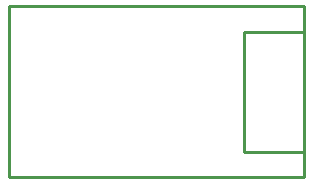
<source format=gbo>
G04 Layer: BottomSilkLayer*
G04 EasyEDA v6.1.52, Thu, 18 Jul 2019 05:10:24 GMT*
G04 901f24a5bca74c948225dbc6938cad0f,10*
G04 Gerber Generator version 0.2*
G04 Scale: 100 percent, Rotated: No, Reflected: No *
G04 Dimensions in millimeters *
G04 leading zeros omitted , absolute positions ,3 integer and 3 decimal *
%FSLAX33Y33*%
%MOMM*%
G90*
G71D02*

%ADD10C,0.254000*%

%LPD*%
G54D10*
G01X-19792Y-1153D02*
G01X-19792Y13346D01*
G01X5207Y-1153D02*
G01X5207Y13346D01*
G01X-19792Y-1153D02*
G01X5207Y-1153D01*
G01X-19792Y13346D02*
G01X5207Y13346D01*
G01X127Y1016D02*
G01X5207Y1016D01*
G01X127Y11176D02*
G01X5207Y11176D01*
G01X127Y1016D02*
G01X127Y11176D01*
M00*
M02*

</source>
